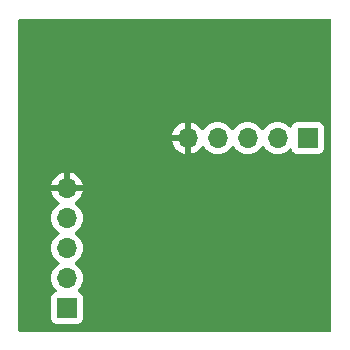
<source format=gbr>
%TF.GenerationSoftware,KiCad,Pcbnew,7.0.1*%
%TF.CreationDate,2023-10-04T10:52:54-04:00*%
%TF.ProjectId,TacTile-L2C,54616354-696c-4652-9d4c-32432e6b6963,rev?*%
%TF.SameCoordinates,Original*%
%TF.FileFunction,Copper,L2,Bot*%
%TF.FilePolarity,Positive*%
%FSLAX46Y46*%
G04 Gerber Fmt 4.6, Leading zero omitted, Abs format (unit mm)*
G04 Created by KiCad (PCBNEW 7.0.1) date 2023-10-04 10:52:54*
%MOMM*%
%LPD*%
G01*
G04 APERTURE LIST*
%TA.AperFunction,ComponentPad*%
%ADD10R,1.700000X1.700000*%
%TD*%
%TA.AperFunction,ComponentPad*%
%ADD11O,1.700000X1.700000*%
%TD*%
G04 APERTURE END LIST*
D10*
%TO.P,J1,1,Pin_1*%
%TO.N,/OUT*%
X49500000Y-35100000D03*
D11*
%TO.P,J1,2,Pin_2*%
%TO.N,/SER*%
X46960000Y-35100000D03*
%TO.P,J1,3,Pin_3*%
%TO.N,/CLK*%
X44420000Y-35100000D03*
%TO.P,J1,4,Pin_4*%
%TO.N,/GND*%
X41880000Y-35100000D03*
%TO.P,J1,5,Pin_5*%
%TO.N,/VCC*%
X39340000Y-35100000D03*
%TD*%
D10*
%TO.P,J2,1,Pin_1*%
%TO.N,/OUT*%
X29125000Y-49500000D03*
D11*
%TO.P,J2,2,Pin_2*%
%TO.N,/SER*%
X29125000Y-46960000D03*
%TO.P,J2,3,Pin_3*%
%TO.N,/CLK*%
X29125000Y-44420000D03*
%TO.P,J2,4,Pin_4*%
%TO.N,/GND*%
X29125000Y-41880000D03*
%TO.P,J2,5,Pin_5*%
%TO.N,/VCC*%
X29125000Y-39340000D03*
%TD*%
%TA.AperFunction,Conductor*%
%TO.N,/VCC*%
G36*
X51437500Y-25017113D02*
G01*
X51482887Y-25062500D01*
X51499500Y-25124500D01*
X51499500Y-51375500D01*
X51482887Y-51437500D01*
X51437500Y-51482887D01*
X51375500Y-51499500D01*
X25124500Y-51499500D01*
X25062500Y-51482887D01*
X25017113Y-51437500D01*
X25000500Y-51375500D01*
X25000500Y-46960000D01*
X27769340Y-46960000D01*
X27789936Y-47195407D01*
X27834709Y-47362502D01*
X27851097Y-47423663D01*
X27950965Y-47637830D01*
X28086505Y-47831401D01*
X28086508Y-47831404D01*
X28208430Y-47953326D01*
X28239726Y-48006072D01*
X28241915Y-48067365D01*
X28214462Y-48122209D01*
X28164083Y-48157189D01*
X28032669Y-48206204D01*
X27917454Y-48292454D01*
X27831204Y-48407668D01*
X27780909Y-48542516D01*
X27774500Y-48602130D01*
X27774500Y-50397869D01*
X27780909Y-50457483D01*
X27831204Y-50592331D01*
X27917454Y-50707546D01*
X28032669Y-50793796D01*
X28167517Y-50844091D01*
X28227127Y-50850500D01*
X30022872Y-50850499D01*
X30082483Y-50844091D01*
X30217331Y-50793796D01*
X30332546Y-50707546D01*
X30418796Y-50592331D01*
X30469091Y-50457483D01*
X30475500Y-50397873D01*
X30475499Y-48602128D01*
X30469091Y-48542517D01*
X30418796Y-48407669D01*
X30332546Y-48292454D01*
X30217331Y-48206204D01*
X30155898Y-48183291D01*
X30085916Y-48157189D01*
X30035537Y-48122209D01*
X30008084Y-48067365D01*
X30010273Y-48006072D01*
X30041566Y-47953329D01*
X30163495Y-47831401D01*
X30299035Y-47637830D01*
X30398903Y-47423663D01*
X30460063Y-47195408D01*
X30480659Y-46960000D01*
X30460063Y-46724592D01*
X30398903Y-46496337D01*
X30299035Y-46282171D01*
X30163495Y-46088599D01*
X29996401Y-45921505D01*
X29810839Y-45791573D01*
X29771975Y-45747257D01*
X29757964Y-45690000D01*
X29771975Y-45632743D01*
X29810839Y-45588426D01*
X29996401Y-45458495D01*
X30163495Y-45291401D01*
X30299035Y-45097830D01*
X30398903Y-44883663D01*
X30460063Y-44655408D01*
X30480659Y-44420000D01*
X30460063Y-44184592D01*
X30398903Y-43956337D01*
X30299035Y-43742171D01*
X30163495Y-43548599D01*
X29996401Y-43381505D01*
X29810839Y-43251573D01*
X29771975Y-43207257D01*
X29757964Y-43150000D01*
X29771975Y-43092743D01*
X29810839Y-43048426D01*
X29996401Y-42918495D01*
X30163495Y-42751401D01*
X30299035Y-42557830D01*
X30398903Y-42343663D01*
X30460063Y-42115408D01*
X30480659Y-41880000D01*
X30460063Y-41644592D01*
X30398903Y-41416337D01*
X30299035Y-41202171D01*
X30163495Y-41008599D01*
X29996401Y-40841505D01*
X29810402Y-40711267D01*
X29771539Y-40666951D01*
X29757528Y-40609694D01*
X29771539Y-40552437D01*
X29810405Y-40508119D01*
X29996078Y-40378109D01*
X30163106Y-40211081D01*
X30298600Y-40017576D01*
X30398430Y-39803492D01*
X30455636Y-39590000D01*
X27794364Y-39590000D01*
X27851569Y-39803492D01*
X27951399Y-40017576D01*
X28086893Y-40211081D01*
X28253918Y-40378106D01*
X28439595Y-40508119D01*
X28478460Y-40552437D01*
X28492471Y-40609694D01*
X28478460Y-40666951D01*
X28439595Y-40711269D01*
X28253595Y-40841508D01*
X28086505Y-41008598D01*
X27950965Y-41202170D01*
X27851097Y-41416336D01*
X27789936Y-41644592D01*
X27769340Y-41880000D01*
X27789936Y-42115407D01*
X27834709Y-42282502D01*
X27851097Y-42343663D01*
X27950965Y-42557830D01*
X28086505Y-42751401D01*
X28253599Y-42918495D01*
X28439160Y-43048426D01*
X28478024Y-43092743D01*
X28492035Y-43150000D01*
X28478024Y-43207257D01*
X28439159Y-43251575D01*
X28253595Y-43381508D01*
X28086505Y-43548598D01*
X27950965Y-43742170D01*
X27851097Y-43956336D01*
X27789936Y-44184592D01*
X27769340Y-44420000D01*
X27789936Y-44655407D01*
X27834709Y-44822502D01*
X27851097Y-44883663D01*
X27950965Y-45097830D01*
X28086505Y-45291401D01*
X28253599Y-45458495D01*
X28439160Y-45588426D01*
X28478024Y-45632743D01*
X28492035Y-45690000D01*
X28478024Y-45747257D01*
X28439159Y-45791575D01*
X28253595Y-45921508D01*
X28086505Y-46088598D01*
X27950965Y-46282170D01*
X27851097Y-46496336D01*
X27789936Y-46724592D01*
X27769340Y-46960000D01*
X25000500Y-46960000D01*
X25000500Y-39090000D01*
X27794364Y-39090000D01*
X28875000Y-39090000D01*
X28875000Y-38009364D01*
X29375000Y-38009364D01*
X29375000Y-39090000D01*
X30455636Y-39090000D01*
X30455635Y-39089999D01*
X30398430Y-38876507D01*
X30298599Y-38662421D01*
X30163109Y-38468921D01*
X29996081Y-38301893D01*
X29802576Y-38166399D01*
X29588492Y-38066569D01*
X29375000Y-38009364D01*
X28875000Y-38009364D01*
X28874999Y-38009364D01*
X28661507Y-38066569D01*
X28447421Y-38166400D01*
X28253921Y-38301890D01*
X28086890Y-38468921D01*
X27951400Y-38662421D01*
X27851569Y-38876507D01*
X27794364Y-39089999D01*
X27794364Y-39090000D01*
X25000500Y-39090000D01*
X25000500Y-35350000D01*
X38009364Y-35350000D01*
X38066569Y-35563492D01*
X38166399Y-35777576D01*
X38301893Y-35971081D01*
X38468918Y-36138106D01*
X38662423Y-36273600D01*
X38876507Y-36373430D01*
X39089999Y-36430635D01*
X39090000Y-36430636D01*
X39090000Y-36430635D01*
X39590000Y-36430635D01*
X39803492Y-36373430D01*
X40017576Y-36273600D01*
X40211081Y-36138106D01*
X40378109Y-35971078D01*
X40508119Y-35785405D01*
X40552437Y-35746539D01*
X40609694Y-35732528D01*
X40666951Y-35746539D01*
X40711267Y-35785402D01*
X40841505Y-35971401D01*
X41008599Y-36138495D01*
X41202170Y-36274035D01*
X41416337Y-36373903D01*
X41644592Y-36435063D01*
X41880000Y-36455659D01*
X42115408Y-36435063D01*
X42343663Y-36373903D01*
X42557830Y-36274035D01*
X42751401Y-36138495D01*
X42918495Y-35971401D01*
X43048426Y-35785839D01*
X43092743Y-35746975D01*
X43150000Y-35732964D01*
X43207257Y-35746975D01*
X43251573Y-35785839D01*
X43381505Y-35971401D01*
X43548599Y-36138495D01*
X43742170Y-36274035D01*
X43956337Y-36373903D01*
X44184592Y-36435063D01*
X44420000Y-36455659D01*
X44655408Y-36435063D01*
X44883663Y-36373903D01*
X45097830Y-36274035D01*
X45291401Y-36138495D01*
X45458495Y-35971401D01*
X45588426Y-35785839D01*
X45632743Y-35746975D01*
X45690000Y-35732964D01*
X45747257Y-35746975D01*
X45791573Y-35785839D01*
X45921505Y-35971401D01*
X46088599Y-36138495D01*
X46282170Y-36274035D01*
X46496337Y-36373903D01*
X46724592Y-36435063D01*
X46960000Y-36455659D01*
X47195408Y-36435063D01*
X47423663Y-36373903D01*
X47637830Y-36274035D01*
X47831401Y-36138495D01*
X47953329Y-36016566D01*
X48006072Y-35985273D01*
X48067365Y-35983084D01*
X48122209Y-36010537D01*
X48157189Y-36060916D01*
X48206204Y-36192331D01*
X48292454Y-36307546D01*
X48407669Y-36393796D01*
X48542517Y-36444091D01*
X48602127Y-36450500D01*
X50397872Y-36450499D01*
X50457483Y-36444091D01*
X50592331Y-36393796D01*
X50707546Y-36307546D01*
X50793796Y-36192331D01*
X50844091Y-36057483D01*
X50850500Y-35997873D01*
X50850499Y-34202128D01*
X50844091Y-34142517D01*
X50793796Y-34007669D01*
X50707546Y-33892454D01*
X50592331Y-33806204D01*
X50457483Y-33755909D01*
X50397873Y-33749500D01*
X50397869Y-33749500D01*
X48602130Y-33749500D01*
X48542515Y-33755909D01*
X48407669Y-33806204D01*
X48292454Y-33892454D01*
X48206204Y-34007669D01*
X48157189Y-34139083D01*
X48122209Y-34189462D01*
X48067365Y-34216915D01*
X48006072Y-34214726D01*
X47953326Y-34183430D01*
X47831404Y-34061508D01*
X47831401Y-34061505D01*
X47637830Y-33925965D01*
X47423663Y-33826097D01*
X47362501Y-33809709D01*
X47195407Y-33764936D01*
X46960000Y-33744340D01*
X46724592Y-33764936D01*
X46496336Y-33826097D01*
X46282170Y-33925965D01*
X46088598Y-34061505D01*
X45921505Y-34228598D01*
X45791575Y-34414159D01*
X45747257Y-34453025D01*
X45690000Y-34467036D01*
X45632743Y-34453025D01*
X45588425Y-34414159D01*
X45458494Y-34228598D01*
X45291404Y-34061508D01*
X45291401Y-34061505D01*
X45097830Y-33925965D01*
X44883663Y-33826097D01*
X44822501Y-33809709D01*
X44655407Y-33764936D01*
X44420000Y-33744340D01*
X44184592Y-33764936D01*
X43956336Y-33826097D01*
X43742170Y-33925965D01*
X43548598Y-34061505D01*
X43381505Y-34228598D01*
X43251575Y-34414159D01*
X43207257Y-34453025D01*
X43150000Y-34467036D01*
X43092743Y-34453025D01*
X43048425Y-34414159D01*
X42918494Y-34228598D01*
X42751404Y-34061508D01*
X42751401Y-34061505D01*
X42557830Y-33925965D01*
X42343663Y-33826097D01*
X42282501Y-33809709D01*
X42115407Y-33764936D01*
X41880000Y-33744340D01*
X41644592Y-33764936D01*
X41416336Y-33826097D01*
X41202170Y-33925965D01*
X41008598Y-34061505D01*
X40841508Y-34228595D01*
X40711269Y-34414596D01*
X40666951Y-34453461D01*
X40609694Y-34467472D01*
X40552437Y-34453461D01*
X40508119Y-34414595D01*
X40378109Y-34228921D01*
X40211081Y-34061893D01*
X40017576Y-33926399D01*
X39803492Y-33826569D01*
X39590000Y-33769364D01*
X39590000Y-36430635D01*
X39090000Y-36430635D01*
X39090000Y-35350000D01*
X38009364Y-35350000D01*
X25000500Y-35350000D01*
X25000500Y-34850000D01*
X38009364Y-34850000D01*
X39090000Y-34850000D01*
X39090000Y-33769364D01*
X39089999Y-33769364D01*
X38876507Y-33826569D01*
X38662421Y-33926400D01*
X38468921Y-34061890D01*
X38301890Y-34228921D01*
X38166400Y-34422421D01*
X38066569Y-34636507D01*
X38009364Y-34849999D01*
X38009364Y-34850000D01*
X25000500Y-34850000D01*
X25000500Y-25124500D01*
X25017113Y-25062500D01*
X25062500Y-25017113D01*
X25124500Y-25000500D01*
X51375500Y-25000500D01*
X51437500Y-25017113D01*
G37*
%TD.AperFunction*%
%TD*%
M02*

</source>
